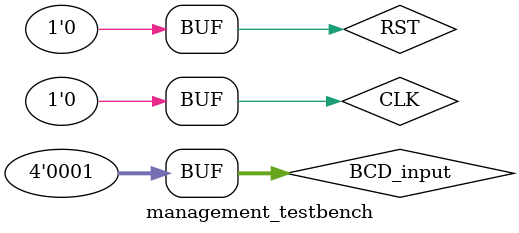
<source format=v>
`timescale 1ns / 1ps
module management_testbench;

	// Inputs
	reg CLK;
	reg RST;
	reg [3:0] BCD_input;

	// Instantiate the Unit Under Test (UUT)
	management uut (
		.CLK(CLK), 
		.RST(RST), 
		.BCD_input(BCD_input)
	);

	initial 
	begin
		RST = 0;
		CLK = 0;
	#5 RST = 1;
	#5 RST = 0;
		repeat (100)
	#10 CLK = ~CLK;
	end
	
	initial
	begin
		BCD_input = 4'b0000;
	#15	 
		BCD_input = 4'b1011;
	#20	 
		BCD_input = 4'b0000;
	#20  
		BCD_input = 4'b0001;
		BCD_input = 4'b0000;
	#20  
		BCD_input = 4'b0001;
		
	end
      
endmodule


</source>
